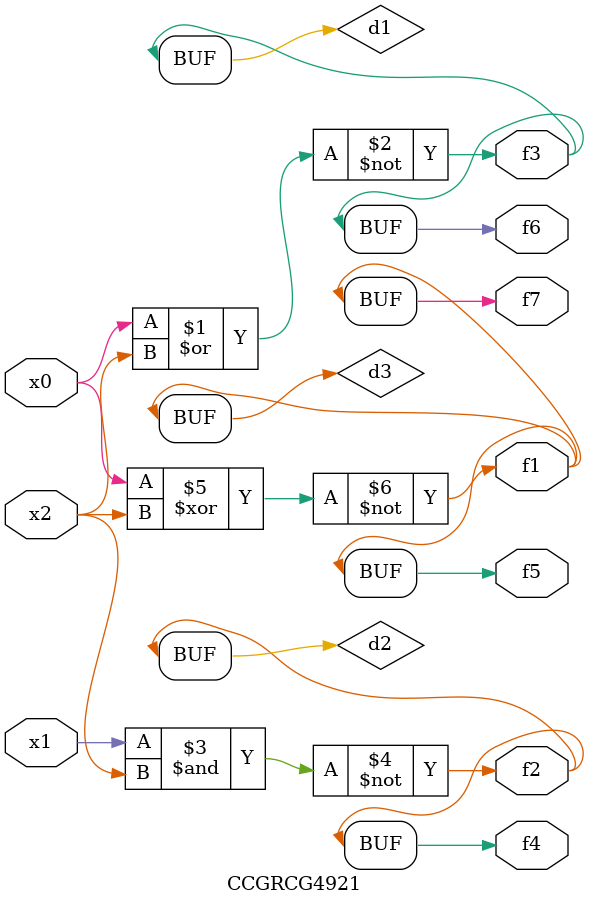
<source format=v>
module CCGRCG4921(
	input x0, x1, x2,
	output f1, f2, f3, f4, f5, f6, f7
);

	wire d1, d2, d3;

	nor (d1, x0, x2);
	nand (d2, x1, x2);
	xnor (d3, x0, x2);
	assign f1 = d3;
	assign f2 = d2;
	assign f3 = d1;
	assign f4 = d2;
	assign f5 = d3;
	assign f6 = d1;
	assign f7 = d3;
endmodule

</source>
